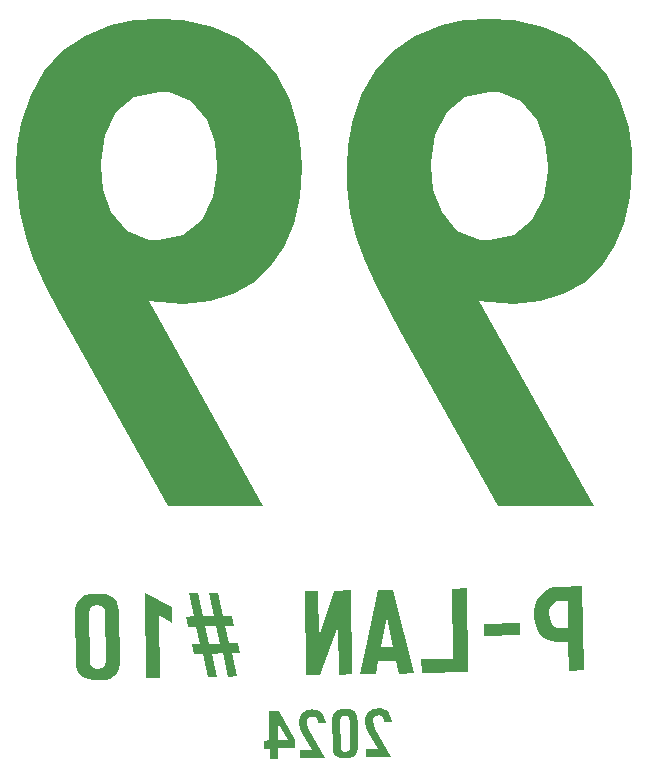
<source format=gbr>
%TF.GenerationSoftware,KiCad,Pcbnew,8.0.4*%
%TF.CreationDate,2024-08-27T18:10:04+01:00*%
%TF.ProjectId,PLAN Badge v4,504c414e-2042-4616-9467-652076342e6b,rev?*%
%TF.SameCoordinates,Original*%
%TF.FileFunction,Legend,Bot*%
%TF.FilePolarity,Positive*%
%FSLAX46Y46*%
G04 Gerber Fmt 4.6, Leading zero omitted, Abs format (unit mm)*
G04 Created by KiCad (PCBNEW 8.0.4) date 2024-08-27 18:10:04*
%MOMM*%
%LPD*%
G01*
G04 APERTURE LIST*
%ADD10C,0.100000*%
%ADD11C,8.000000*%
%ADD12C,1.900000*%
%ADD13R,1.700000X1.700000*%
%ADD14O,1.700000X1.700000*%
G04 APERTURE END LIST*
D10*
G36*
X144320789Y-126717551D02*
G01*
X144542615Y-126729557D01*
X144747953Y-126775012D01*
X144933416Y-126856082D01*
X145095618Y-126974933D01*
X145231174Y-127133731D01*
X145336696Y-127334641D01*
X145408800Y-127579831D01*
X145438910Y-127794084D01*
X145444099Y-127871465D01*
X144789628Y-127882889D01*
X144765234Y-127672450D01*
X144690220Y-127477971D01*
X144527676Y-127352396D01*
X144342190Y-127327878D01*
X144149226Y-127358742D01*
X143984762Y-127472135D01*
X143902500Y-127658757D01*
X143887134Y-127847832D01*
X143908158Y-128048151D01*
X143962068Y-128240311D01*
X144045860Y-128426510D01*
X144065940Y-128463228D01*
X145406752Y-130825951D01*
X143273371Y-130863190D01*
X143261453Y-130180391D01*
X144274418Y-130162709D01*
X143454374Y-128749451D01*
X143361653Y-128567188D01*
X143289233Y-128379163D01*
X143238174Y-128186398D01*
X143209536Y-127989920D01*
X143203648Y-127876373D01*
X143218213Y-127635274D01*
X143270119Y-127415234D01*
X143358565Y-127219472D01*
X143482747Y-127051209D01*
X143641863Y-126913665D01*
X143835110Y-126810061D01*
X144061686Y-126743616D01*
X144320789Y-126717551D01*
G37*
G36*
X141685203Y-126771370D02*
G01*
X141926868Y-126802689D01*
X142123563Y-126864949D01*
X142311431Y-126988599D01*
X142441121Y-127165938D01*
X142519352Y-127399933D01*
X142549398Y-127629919D01*
X142554758Y-127759697D01*
X142592593Y-129927266D01*
X142584297Y-130177302D01*
X142547741Y-130389311D01*
X142457151Y-130603379D01*
X142310512Y-130763875D01*
X142101214Y-130874043D01*
X141884221Y-130928124D01*
X141619515Y-130953736D01*
X141545486Y-130955886D01*
X141332907Y-130951806D01*
X141091505Y-130920578D01*
X140895003Y-130858462D01*
X140707293Y-130735030D01*
X140577688Y-130557912D01*
X140499494Y-130324092D01*
X140469455Y-130094186D01*
X140464096Y-129964419D01*
X140426261Y-127796850D01*
X140428758Y-127721563D01*
X141104086Y-127721563D01*
X141104176Y-127785017D01*
X141142011Y-129952586D01*
X141158904Y-130148997D01*
X141252182Y-130329566D01*
X141456328Y-130390128D01*
X141535631Y-130391282D01*
X141741763Y-130362272D01*
X141884296Y-130218910D01*
X141914768Y-130002553D01*
X141914678Y-129939099D01*
X141876843Y-127771530D01*
X141859940Y-127575119D01*
X141766499Y-127394552D01*
X141561799Y-127334001D01*
X141482246Y-127332851D01*
X141276729Y-127361850D01*
X141134518Y-127505206D01*
X141104086Y-127721563D01*
X140428758Y-127721563D01*
X140434555Y-127546772D01*
X140471096Y-127334653D01*
X140561631Y-127120385D01*
X140708159Y-126959665D01*
X140917264Y-126849290D01*
X141134030Y-126795089D01*
X141398434Y-126769421D01*
X141472374Y-126767270D01*
X141685203Y-126771370D01*
G37*
G36*
X138725549Y-126815216D02*
G01*
X138947376Y-126827223D01*
X139152714Y-126872678D01*
X139338176Y-126953748D01*
X139500379Y-127072598D01*
X139635934Y-127231396D01*
X139741456Y-127432307D01*
X139813560Y-127677496D01*
X139843670Y-127891749D01*
X139848859Y-127969130D01*
X139194388Y-127980554D01*
X139169994Y-127770115D01*
X139094981Y-127575636D01*
X138932436Y-127450062D01*
X138746950Y-127425543D01*
X138553986Y-127456407D01*
X138389522Y-127569800D01*
X138307260Y-127756422D01*
X138291894Y-127945497D01*
X138312918Y-128145817D01*
X138366828Y-128337976D01*
X138450621Y-128524175D01*
X138470701Y-128560893D01*
X139811512Y-130923617D01*
X137678131Y-130960855D01*
X137666213Y-130278056D01*
X138679178Y-130260375D01*
X137859134Y-128847116D01*
X137766413Y-128664854D01*
X137693993Y-128476828D01*
X137642934Y-128284063D01*
X137614297Y-128087585D01*
X137608408Y-127974038D01*
X137622973Y-127732939D01*
X137674880Y-127512899D01*
X137763325Y-127317137D01*
X137887507Y-127148874D01*
X138046623Y-127011331D01*
X138239871Y-126907726D01*
X138466447Y-126841282D01*
X138725549Y-126815216D01*
G37*
G36*
X137226517Y-129382872D02*
G01*
X137238913Y-130093022D01*
X135822520Y-130117745D01*
X135837798Y-130992978D01*
X135120810Y-131005493D01*
X135105533Y-130130260D01*
X134629820Y-130138564D01*
X134617902Y-129455765D01*
X135093614Y-129447461D01*
X135067377Y-127944315D01*
X135784583Y-127944315D01*
X135810602Y-129434946D01*
X136633087Y-129420590D01*
X135784583Y-127944315D01*
X135067377Y-127944315D01*
X135049880Y-126941911D01*
X135867480Y-126927640D01*
X137226517Y-129382872D01*
G37*
G36*
X161709187Y-123518716D02*
G01*
X160454459Y-123540617D01*
X160412327Y-121126888D01*
X159814023Y-121137332D01*
X159404945Y-121122687D01*
X159037099Y-121064439D01*
X158710114Y-120963626D01*
X158337054Y-120764790D01*
X158035098Y-120494588D01*
X157803367Y-120155480D01*
X157640982Y-119749926D01*
X157564173Y-119403635D01*
X157525505Y-119022389D01*
X157521028Y-118887719D01*
X157524975Y-118766163D01*
X158803087Y-118766163D01*
X158832765Y-119110329D01*
X158929489Y-119444287D01*
X159126603Y-119725521D01*
X159463017Y-119904927D01*
X159793136Y-119940724D01*
X160391440Y-119930281D01*
X160351218Y-117625956D01*
X159752914Y-117636400D01*
X159413373Y-117679264D01*
X159081845Y-117852899D01*
X158881445Y-118166399D01*
X158807336Y-118561226D01*
X158803087Y-118766163D01*
X157524975Y-118766163D01*
X157534424Y-118475212D01*
X157589219Y-118097152D01*
X157684843Y-117754726D01*
X157874864Y-117355634D01*
X158135100Y-117024806D01*
X158464196Y-116765050D01*
X158860800Y-116579175D01*
X159201740Y-116489944D01*
X159579320Y-116445035D01*
X159713224Y-116440120D01*
X161585060Y-116407447D01*
X161709187Y-123518716D01*
G37*
G36*
X153273139Y-119553513D02*
G01*
X156300556Y-119500669D01*
X156318847Y-120548555D01*
X153291429Y-120601399D01*
X153273139Y-119553513D01*
G37*
G36*
X147966659Y-122563330D02*
G01*
X150641932Y-122516633D01*
X150538662Y-116600263D01*
X151793390Y-116578361D01*
X151917518Y-123689630D01*
X147987516Y-123758228D01*
X147966659Y-122563330D01*
G37*
G36*
X147334510Y-123769626D02*
G01*
X146081491Y-123791498D01*
X145845296Y-122701246D01*
X144327314Y-122727743D01*
X144120764Y-123825723D01*
X142787401Y-123848997D01*
X143280387Y-121538983D01*
X144542538Y-121538983D01*
X145580168Y-121520871D01*
X145008327Y-119030891D01*
X144542538Y-121538983D01*
X143280387Y-121538983D01*
X144311173Y-116708964D01*
X145574449Y-116686913D01*
X147334510Y-123769626D01*
G37*
G36*
X138081976Y-116817695D02*
G01*
X139208496Y-116798031D01*
X139276319Y-120683587D01*
X140550406Y-116774608D01*
X142001720Y-116749276D01*
X142125848Y-123860544D01*
X140999327Y-123880207D01*
X140926731Y-119721141D01*
X139411258Y-123907927D01*
X138206103Y-123928963D01*
X138081976Y-116817695D01*
G37*
G36*
X131146964Y-118908620D02*
G01*
X131900827Y-118895462D01*
X132102046Y-119745220D01*
X131337926Y-119758557D01*
X131696898Y-121221147D01*
X132411444Y-121208675D01*
X132612632Y-122056723D01*
X131887830Y-122069375D01*
X132334178Y-124031458D01*
X131578606Y-124044647D01*
X131123710Y-122082713D01*
X130202322Y-122098796D01*
X130667475Y-124060551D01*
X129913612Y-124073709D01*
X129448460Y-122111954D01*
X128713401Y-122124785D01*
X128522469Y-121276557D01*
X129247271Y-121263906D01*
X128917360Y-119800808D01*
X128211361Y-119813132D01*
X128205320Y-119787620D01*
X129672932Y-119787620D01*
X130001462Y-121269551D01*
X130943363Y-121253110D01*
X130602867Y-119771388D01*
X129672932Y-119787620D01*
X128205320Y-119787620D01*
X128010143Y-118963374D01*
X128726398Y-118950871D01*
X128269793Y-116988967D01*
X129015108Y-116975958D01*
X129480261Y-118937713D01*
X130382845Y-118921958D01*
X129946753Y-116959696D01*
X130700616Y-116946537D01*
X131146964Y-118908620D01*
G37*
G36*
X124548143Y-116944491D02*
G01*
X126854273Y-118183288D01*
X126876711Y-119468787D01*
X125728297Y-118821948D01*
X125821214Y-124145142D01*
X124674180Y-124165164D01*
X124548143Y-116944491D01*
G37*
G36*
X120828196Y-117023099D02*
G01*
X121251110Y-117077908D01*
X121595326Y-117186862D01*
X121924094Y-117403250D01*
X122151053Y-117713592D01*
X122287956Y-118123085D01*
X122340537Y-118525559D01*
X122349916Y-118752671D01*
X122416128Y-122545917D01*
X122401609Y-122983479D01*
X122337636Y-123354495D01*
X122179105Y-123729115D01*
X121922485Y-124009982D01*
X121556214Y-124202777D01*
X121176477Y-124297419D01*
X120713241Y-124342240D01*
X120583691Y-124346001D01*
X120211678Y-124338862D01*
X119789224Y-124284212D01*
X119445345Y-124175509D01*
X119116853Y-123959505D01*
X118890045Y-123649547D01*
X118753205Y-123240363D01*
X118700637Y-122838027D01*
X118691259Y-122610935D01*
X118625047Y-118817688D01*
X118629417Y-118685936D01*
X119811241Y-118685936D01*
X119811398Y-118796981D01*
X119877610Y-122590227D01*
X119907172Y-122933946D01*
X120070408Y-123249943D01*
X120427665Y-123355925D01*
X120566445Y-123357945D01*
X120927175Y-123307177D01*
X121176608Y-123056294D01*
X121229934Y-122677670D01*
X121229777Y-122566625D01*
X121163565Y-118773378D01*
X121133985Y-118429660D01*
X120970463Y-118113668D01*
X120612238Y-118007702D01*
X120473021Y-118005690D01*
X120113365Y-118056439D01*
X119864497Y-118307312D01*
X119811241Y-118685936D01*
X118629417Y-118685936D01*
X118639561Y-118380053D01*
X118703507Y-118008844D01*
X118861945Y-117633875D01*
X119118368Y-117352615D01*
X119484302Y-117159460D01*
X119863643Y-117064607D01*
X120326350Y-117019688D01*
X120455744Y-117015924D01*
X120828196Y-117023099D01*
G37*
G36*
X155789170Y-68470605D02*
G01*
X158276240Y-69032749D01*
X160434268Y-70014237D01*
X162249517Y-71387248D01*
X163708248Y-73123961D01*
X164796722Y-75196556D01*
X165501201Y-77577212D01*
X165769298Y-79548133D01*
X165820875Y-80943859D01*
X165645001Y-83464827D01*
X165128294Y-85722470D01*
X164287125Y-87694350D01*
X163137867Y-89358025D01*
X161696892Y-90691057D01*
X159980571Y-91671005D01*
X158005276Y-92275430D01*
X155787379Y-92481891D01*
X153810603Y-92337876D01*
X152876004Y-92198569D01*
X162567560Y-109608200D01*
X154448928Y-109608200D01*
X146164211Y-94758234D01*
X145180809Y-92960264D01*
X144091667Y-90852521D01*
X143176360Y-88834491D01*
X142454342Y-86835961D01*
X141945068Y-84786715D01*
X141667992Y-82616540D01*
X141621294Y-81227181D01*
X141642054Y-80836392D01*
X148792264Y-80836392D01*
X148982952Y-82832813D01*
X149665219Y-84738529D01*
X151003944Y-86276212D01*
X152883629Y-87035256D01*
X153716200Y-87098779D01*
X155789516Y-86657462D01*
X157340763Y-85400070D01*
X158313155Y-83426435D01*
X158644514Y-81190445D01*
X158649905Y-80836392D01*
X158459152Y-78811893D01*
X157776295Y-76884380D01*
X156435464Y-75333235D01*
X154551269Y-74569430D01*
X153716200Y-74505618D01*
X151648531Y-74949376D01*
X150100184Y-76216539D01*
X149128861Y-78210934D01*
X148797655Y-80476986D01*
X148792264Y-80836392D01*
X141642054Y-80836392D01*
X141733044Y-79123607D01*
X142066040Y-77168330D01*
X142848352Y-74814101D01*
X144009965Y-72776605D01*
X145542865Y-71086182D01*
X147439039Y-69773171D01*
X149690472Y-68867913D01*
X151607363Y-68474808D01*
X153716200Y-68340928D01*
X155789170Y-68470605D01*
G37*
G36*
X127808710Y-68470605D02*
G01*
X130295779Y-69032749D01*
X132453808Y-70014237D01*
X134269057Y-71387248D01*
X135727788Y-73123961D01*
X136816262Y-75196556D01*
X137520740Y-77577212D01*
X137788837Y-79548133D01*
X137840414Y-80943859D01*
X137664541Y-83464827D01*
X137147833Y-85722470D01*
X136306665Y-87694350D01*
X135157407Y-89358025D01*
X133716431Y-90691057D01*
X132000110Y-91671005D01*
X130024815Y-92275430D01*
X127806918Y-92481891D01*
X125830142Y-92337876D01*
X124895544Y-92198569D01*
X134587100Y-109608200D01*
X126468467Y-109608200D01*
X118183750Y-94758234D01*
X117200348Y-92960264D01*
X116111206Y-90852521D01*
X115195899Y-88834491D01*
X114473882Y-86835961D01*
X113964608Y-84786715D01*
X113687531Y-82616540D01*
X113640833Y-81227181D01*
X113661593Y-80836392D01*
X120811803Y-80836392D01*
X121002491Y-82832813D01*
X121684758Y-84738529D01*
X123023483Y-86276212D01*
X124903168Y-87035256D01*
X125735739Y-87098779D01*
X127809055Y-86657462D01*
X129360303Y-85400070D01*
X130332695Y-83426435D01*
X130664053Y-81190445D01*
X130669444Y-80836392D01*
X130478692Y-78811893D01*
X129795834Y-76884380D01*
X128455003Y-75333235D01*
X126570808Y-74569430D01*
X125735739Y-74505618D01*
X123668071Y-74949376D01*
X122119724Y-76216539D01*
X121148400Y-78210934D01*
X120817194Y-80476986D01*
X120811803Y-80836392D01*
X113661593Y-80836392D01*
X113752583Y-79123607D01*
X114085579Y-77168330D01*
X114867891Y-74814101D01*
X116029504Y-72776605D01*
X117562405Y-71086182D01*
X119458578Y-69773171D01*
X121710011Y-68867913D01*
X123626903Y-68474808D01*
X125735739Y-68340928D01*
X127808710Y-68470605D01*
G37*
%LPC*%
D11*
X186000003Y-100000000D02*
G75*
G02*
X93999997Y-100000000I-46000003J0D01*
G01*
X93999997Y-100000000D02*
G75*
G02*
X186000003Y-100000000I46000003J0D01*
G01*
D12*
%TO.C,BT1*%
X163266843Y-107683826D03*
%TD*%
D13*
%TO.C,J2*%
X132862695Y-133759197D03*
D14*
X130322695Y-133759197D03*
X127782695Y-133759197D03*
X125242695Y-133759197D03*
%TD*%
D13*
%TO.C,J1*%
X152166695Y-133733812D03*
D14*
X149626695Y-133733812D03*
X147086695Y-133733812D03*
%TD*%
D13*
%TO.C,J3*%
X142387707Y-66931817D03*
D14*
X142387707Y-64391817D03*
X139847707Y-66931817D03*
X139847707Y-64391817D03*
X137307707Y-66931817D03*
X137307707Y-64391817D03*
%TD*%
%LPD*%
M02*

</source>
